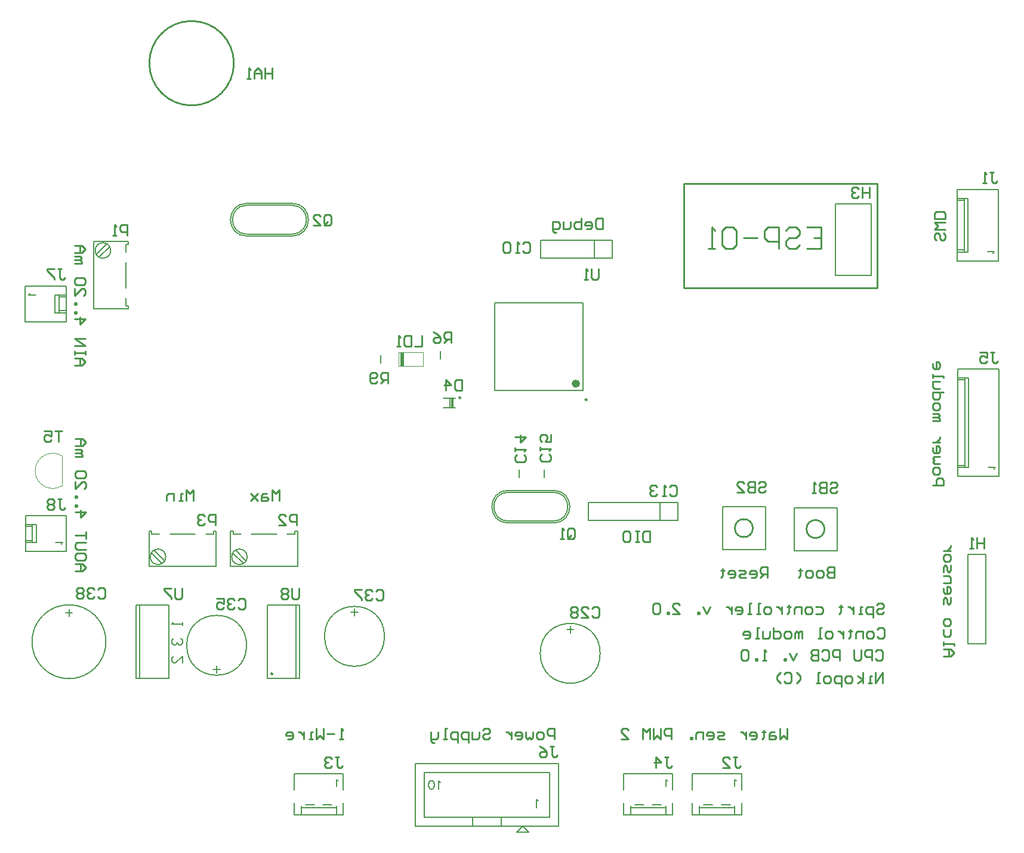
<source format=gbo>
%FSLAX24Y24*%
%MOIN*%
G70*
G01*
G75*
G04 Layer_Color=32896*
%ADD10R,0.0374X0.0551*%
%ADD11R,0.0413X0.0551*%
%ADD12O,0.0866X0.0236*%
%ADD13R,0.0551X0.0374*%
%ADD14R,0.0394X0.0236*%
%ADD15R,0.1299X0.0945*%
%ADD16R,0.0394X0.0945*%
%ADD17R,0.0551X0.0413*%
%ADD18R,0.0236X0.0492*%
%ADD19R,0.0689X0.0394*%
%ADD20O,0.0984X0.0276*%
%ADD21R,0.1063X0.0453*%
%ADD22R,0.0571X0.0453*%
%ADD23R,0.0354X0.0197*%
%ADD24R,0.0453X0.0571*%
%ADD25O,0.0236X0.0669*%
G04:AMPARAMS|DCode=26|XSize=25.6mil|YSize=39.4mil|CornerRadius=6.4mil|HoleSize=0mil|Usage=FLASHONLY|Rotation=90.000|XOffset=0mil|YOffset=0mil|HoleType=Round|Shape=RoundedRectangle|*
%AMROUNDEDRECTD26*
21,1,0.0256,0.0266,0,0,90.0*
21,1,0.0128,0.0394,0,0,90.0*
1,1,0.0128,0.0133,0.0064*
1,1,0.0128,0.0133,-0.0064*
1,1,0.0128,-0.0133,-0.0064*
1,1,0.0128,-0.0133,0.0064*
%
%ADD26ROUNDEDRECTD26*%
%ADD27R,0.0236X0.0394*%
%ADD28C,0.0197*%
%ADD29C,0.0394*%
%ADD30C,0.0118*%
%ADD31C,0.0157*%
%ADD32C,0.0295*%
%ADD33C,0.0984*%
%ADD34C,0.2559*%
%ADD35C,0.0630*%
%ADD36R,0.0630X0.0630*%
%ADD37C,0.0787*%
%ADD38C,0.0512*%
%ADD39O,0.0669X0.0787*%
%ADD40O,0.0669X0.0748*%
%ADD41C,0.0748*%
%ADD42R,0.0630X0.0630*%
%ADD43C,0.0591*%
%ADD44R,0.0669X0.0669*%
%ADD45C,0.0669*%
%ADD46R,0.0709X0.0709*%
%ADD47C,0.0709*%
%ADD48R,0.0591X0.0591*%
G04:AMPARAMS|DCode=49|XSize=59.1mil|YSize=59.1mil|CornerRadius=0mil|HoleSize=0mil|Usage=FLASHONLY|Rotation=180.000|XOffset=0mil|YOffset=0mil|HoleType=Round|Shape=Octagon|*
%AMOCTAGOND49*
4,1,8,-0.0295,0.0148,-0.0295,-0.0148,-0.0148,-0.0295,0.0148,-0.0295,0.0295,-0.0148,0.0295,0.0148,0.0148,0.0295,-0.0148,0.0295,-0.0295,0.0148,0.0*
%
%ADD49OCTAGOND49*%

%ADD50C,0.0551*%
%ADD51C,0.0500*%
G04:AMPARAMS|DCode=52|XSize=40mil|YSize=60mil|CornerRadius=10mil|HoleSize=0mil|Usage=FLASHONLY|Rotation=180.000|XOffset=0mil|YOffset=0mil|HoleType=Round|Shape=RoundedRectangle|*
%AMROUNDEDRECTD52*
21,1,0.0400,0.0400,0,0,180.0*
21,1,0.0200,0.0600,0,0,180.0*
1,1,0.0200,-0.0100,0.0200*
1,1,0.0200,0.0100,0.0200*
1,1,0.0200,0.0100,-0.0200*
1,1,0.0200,-0.0100,-0.0200*
%
%ADD52ROUNDEDRECTD52*%
%ADD53O,0.0709X0.0118*%
%ADD54O,0.0118X0.0709*%
%ADD55C,0.0098*%
%ADD56C,0.0079*%
%ADD57C,0.0039*%
%ADD58C,0.0236*%
%ADD59C,0.0040*%
%ADD60C,0.0050*%
%ADD61C,0.0100*%
%ADD62R,0.0630X0.0217*%
%ADD63R,0.0454X0.0631*%
%ADD64R,0.0493X0.0631*%
%ADD65O,0.0946X0.0316*%
%ADD66R,0.0631X0.0454*%
%ADD67R,0.0474X0.0316*%
%ADD68R,0.1379X0.1025*%
%ADD69R,0.0474X0.1025*%
%ADD70R,0.0631X0.0493*%
%ADD71R,0.0316X0.0572*%
%ADD72R,0.0769X0.0474*%
%ADD73O,0.1064X0.0356*%
%ADD74R,0.1143X0.0533*%
%ADD75R,0.0651X0.0533*%
%ADD76R,0.0434X0.0277*%
%ADD77R,0.0533X0.0651*%
%ADD78O,0.0316X0.0749*%
G04:AMPARAMS|DCode=79|XSize=33.6mil|YSize=47.4mil|CornerRadius=10.4mil|HoleSize=0mil|Usage=FLASHONLY|Rotation=90.000|XOffset=0mil|YOffset=0mil|HoleType=Round|Shape=RoundedRectangle|*
%AMROUNDEDRECTD79*
21,1,0.0336,0.0266,0,0,90.0*
21,1,0.0128,0.0474,0,0,90.0*
1,1,0.0208,0.0133,0.0064*
1,1,0.0208,0.0133,-0.0064*
1,1,0.0208,-0.0133,-0.0064*
1,1,0.0208,-0.0133,0.0064*
%
%ADD79ROUNDEDRECTD79*%
%ADD80R,0.0316X0.0474*%
%ADD81C,0.1063*%
%ADD82C,0.2639*%
%ADD83C,0.0710*%
%ADD84R,0.0710X0.0710*%
%ADD85C,0.0867*%
%ADD86C,0.0592*%
%ADD87O,0.0749X0.0867*%
%ADD88O,0.0749X0.0828*%
%ADD89C,0.0828*%
%ADD90R,0.0710X0.0710*%
%ADD91C,0.0671*%
%ADD92R,0.0749X0.0749*%
%ADD93C,0.0749*%
%ADD94R,0.0789X0.0789*%
%ADD95C,0.0789*%
%ADD96R,0.0671X0.0671*%
G04:AMPARAMS|DCode=97|XSize=67.1mil|YSize=67.1mil|CornerRadius=0mil|HoleSize=0mil|Usage=FLASHONLY|Rotation=180.000|XOffset=0mil|YOffset=0mil|HoleType=Round|Shape=Octagon|*
%AMOCTAGOND97*
4,1,8,-0.0335,0.0168,-0.0335,-0.0168,-0.0168,-0.0335,0.0168,-0.0335,0.0335,-0.0168,0.0335,0.0168,0.0168,0.0335,-0.0168,0.0335,-0.0335,0.0168,0.0*
%
%ADD97OCTAGOND97*%

%ADD98C,0.0631*%
G04:AMPARAMS|DCode=99|XSize=48mil|YSize=68mil|CornerRadius=14mil|HoleSize=0mil|Usage=FLASHONLY|Rotation=180.000|XOffset=0mil|YOffset=0mil|HoleType=Round|Shape=RoundedRectangle|*
%AMROUNDEDRECTD99*
21,1,0.0480,0.0400,0,0,180.0*
21,1,0.0200,0.0680,0,0,180.0*
1,1,0.0280,-0.0100,0.0200*
1,1,0.0280,0.0100,0.0200*
1,1,0.0280,0.0100,-0.0200*
1,1,0.0280,-0.0100,-0.0200*
%
%ADD99ROUNDEDRECTD99*%
%ADD100O,0.0789X0.0198*%
%ADD101O,0.0198X0.0789*%
%ADD102C,0.0049*%
%ADD103C,0.0059*%
%ADD104R,0.0200X0.0800*%
D55*
X23836Y19409D02*
G03*
X23836Y19409I-49J0D01*
G01*
X34340Y34845D02*
G03*
X34340Y34845I-49J0D01*
G01*
X41387Y34728D02*
G03*
X41387Y34728I-49J0D01*
G01*
D56*
X22373Y21000D02*
G03*
X22373Y21000I-1673J0D01*
G01*
X42123Y20550D02*
G03*
X42123Y20550I-1673J0D01*
G01*
X17855Y25947D02*
G03*
X17855Y25947I-431J0D01*
G01*
X30073Y21500D02*
G03*
X30073Y21500I-1673J0D01*
G01*
X22405Y25947D02*
G03*
X22405Y25947I-431J0D01*
G01*
X14517Y21200D02*
G03*
X14517Y21200I-2067J0D01*
G01*
X14778Y43076D02*
G03*
X14778Y43076I-431J0D01*
G01*
X22390Y45607D02*
G03*
X22390Y43993I0J-807D01*
G01*
Y45715D02*
G03*
X22390Y43885I0J-915D01*
G01*
X24910D02*
G03*
X24910Y45715I0J915D01*
G01*
Y43993D02*
G03*
X24910Y45607I0J807D01*
G01*
X39510Y27943D02*
G03*
X39510Y29557I0J807D01*
G01*
Y27835D02*
G03*
X39510Y29665I0J915D01*
G01*
X36990D02*
G03*
X36990Y27835I0J-915D01*
G01*
Y29557D02*
G03*
X36990Y27943I0J-807D01*
G01*
X41800Y42650D02*
Y43650D01*
X42800Y42650D02*
Y43650D01*
X38800D02*
X42800D01*
X38800Y42650D02*
X42800D01*
X38800D02*
Y43650D01*
X29850Y36783D02*
Y37217D01*
X34990Y10900D02*
Y11400D01*
X36610Y10900D02*
Y11400D01*
X32300D02*
Y13900D01*
X39300D01*
Y11400D02*
Y13900D01*
X32300Y11400D02*
X39300D01*
X39800Y10900D02*
Y14400D01*
X31800Y10900D02*
X39800D01*
X31800D02*
Y14400D01*
X39800D01*
X37458Y10560D02*
X37798Y10900D01*
X38138Y10560D01*
X37458D02*
X38138D01*
X62108Y35950D02*
X62711D01*
Y30950D02*
Y35950D01*
X62108Y30950D02*
X62711D01*
X62502D02*
Y35950D01*
X62108Y31057D02*
X62502D01*
X62108Y35843D02*
X62502D01*
X62108Y30450D02*
Y36450D01*
Y30450D02*
X64392D01*
Y36450D01*
X62108D02*
X64392D01*
X20503Y19661D02*
X20897D01*
X20700Y19465D02*
Y19858D01*
X40253Y21889D02*
X40647D01*
X40450Y21692D02*
Y22085D01*
X16924Y25422D02*
X20676D01*
Y27374D01*
X20526D02*
X20676D01*
X20526Y27225D02*
Y27374D01*
X20085Y27225D02*
X20526D01*
X17074D02*
Y27374D01*
X16924D02*
X17074D01*
X16924Y25422D02*
Y27374D01*
X17074Y27225D02*
X17515D01*
X18085D02*
X19515D01*
X17051Y26164D02*
X17641Y25575D01*
X17207Y26320D02*
X17797Y25730D01*
X28203Y22839D02*
X28597D01*
X28400Y22642D02*
Y23035D01*
X16208Y19153D02*
Y23247D01*
Y19153D02*
X18019D01*
Y23247D01*
X16208Y23247D02*
X18019D01*
X16405Y19153D02*
Y23247D01*
X25342Y19153D02*
Y23247D01*
X23531D02*
X25342D01*
X23531Y19153D02*
Y23247D01*
Y19153D02*
X25342D01*
X25145Y19153D02*
Y23247D01*
X45450Y28000D02*
Y29000D01*
X41450Y28000D02*
Y29000D01*
Y28000D02*
X46450D01*
X41450Y29000D02*
X46450D01*
Y28000D02*
Y29000D01*
X21474Y25422D02*
X25226D01*
Y27374D01*
X25076D02*
X25226D01*
X25076Y27225D02*
Y27374D01*
X24635Y27225D02*
X25076D01*
X21624D02*
Y27374D01*
X21474D02*
X21624D01*
X21474Y25422D02*
Y27374D01*
X21624Y27225D02*
X22065D01*
X22635D02*
X24065D01*
X21601Y26164D02*
X22191Y25575D01*
X21757Y26320D02*
X22347Y25730D01*
X12450Y22617D02*
Y23011D01*
X12253Y22814D02*
X12647D01*
X10016Y26857D02*
X10410D01*
X10016Y27643D02*
X10410D01*
Y26750D02*
Y27750D01*
X10016Y26750D02*
X10618D01*
X10016Y27750D02*
X10618D01*
Y26750D02*
Y27750D01*
X10016Y26250D02*
Y28250D01*
X12300D01*
Y26250D02*
Y28250D01*
X10016Y26250D02*
X12300D01*
X13822Y39824D02*
Y43576D01*
Y39824D02*
X15774D01*
Y39974D01*
X15625D02*
X15774D01*
X15625D02*
Y40415D01*
Y43426D02*
X15774D01*
Y43576D01*
X13822D02*
X15774D01*
X15625Y42985D02*
Y43426D01*
Y40985D02*
Y42415D01*
X13975Y42859D02*
X14564Y43449D01*
X14130Y42703D02*
X14720Y43293D01*
X11890Y40493D02*
X12284D01*
X11890Y39707D02*
X12284D01*
X11890Y39600D02*
Y40600D01*
X11681D02*
X12284D01*
X11681Y39600D02*
X12284D01*
X11681D02*
Y40600D01*
X12284Y39100D02*
Y41100D01*
X10000Y39100D02*
X12284D01*
X10000D02*
Y41100D01*
X12284D01*
X47909Y12078D02*
X48407D01*
X47272Y11526D02*
Y12193D01*
X50028Y12907D02*
Y13810D01*
X47666Y11920D02*
X49634D01*
X47666Y11526D02*
Y12019D01*
X48893Y12078D02*
X49391D01*
X49634Y11526D02*
Y12019D01*
X50028Y11526D02*
Y12193D01*
X47272Y11526D02*
X50028D01*
X47272Y12907D02*
Y13810D01*
X50028D01*
X44059Y12078D02*
X44557D01*
X43422Y11526D02*
Y12193D01*
X46178Y12907D02*
Y13810D01*
X43816Y11920D02*
X45784D01*
X43816Y11526D02*
Y12019D01*
X45043Y12078D02*
X45541D01*
X45784Y11526D02*
Y12019D01*
X46178Y11526D02*
Y12193D01*
X43422Y11526D02*
X46178D01*
X43422Y12907D02*
Y13810D01*
X46178D01*
X25659Y12078D02*
X26157D01*
X25022Y11526D02*
Y12193D01*
X27778Y12907D02*
Y13810D01*
X25416Y11920D02*
X27384D01*
X25416Y11526D02*
Y12019D01*
X26643Y12078D02*
X27141D01*
X27384Y11526D02*
Y12019D01*
X27778Y11526D02*
Y12193D01*
X25022Y11526D02*
X27778D01*
X25022Y12907D02*
Y13810D01*
X27778D01*
X62065Y45893D02*
X62459D01*
X62065Y43107D02*
X62459D01*
Y43000D02*
Y46000D01*
X62065D02*
X62668D01*
Y43000D02*
Y46000D01*
X62065Y43000D02*
X62668D01*
X62065Y42500D02*
Y46500D01*
X64349D01*
Y42500D02*
Y46500D01*
X62065Y42500D02*
X64349D01*
X22390Y45607D02*
X24910D01*
X22390Y43993D02*
X24910D01*
X22390Y45715D02*
X24910D01*
X22390Y43885D02*
X24910D01*
X36990Y27943D02*
X39510D01*
X36990Y29557D02*
X39510D01*
X36990Y27835D02*
X39510D01*
X36990Y29665D02*
X39510D01*
X33200Y37033D02*
Y37467D01*
X33739Y34294D02*
Y34806D01*
X33818Y34294D02*
Y34806D01*
X33897Y34294D02*
Y34806D01*
X33365Y34294D02*
X34035D01*
X33365Y34806D02*
X34035D01*
X36239Y35239D02*
Y40161D01*
X41161Y35239D02*
Y40161D01*
X36239D02*
X41161D01*
X36239Y35239D02*
X41161D01*
X39000Y30374D02*
Y30826D01*
X37600Y30374D02*
Y30826D01*
X33204Y13334D02*
X33159Y13356D01*
X33091Y13424D01*
Y12951D01*
X32722Y13424D02*
X32790Y13401D01*
X32835Y13334D01*
X32857Y13221D01*
Y13154D01*
X32835Y13041D01*
X32790Y12974D01*
X32722Y12951D01*
X32677D01*
X32610Y12974D01*
X32565Y13041D01*
X32542Y13154D01*
Y13221D01*
X32565Y13334D01*
X32610Y13401D01*
X32677Y13424D01*
X32722D01*
X38666Y12310D02*
X38621Y12332D01*
X38554Y12400D01*
Y11928D01*
D58*
X40885Y35633D02*
G03*
X40885Y35633I-118J0D01*
G01*
D60*
X55250Y41700D02*
Y45700D01*
X57250D01*
Y41700D02*
Y45700D01*
X55250Y41700D02*
X57250D01*
X48950Y28750D02*
X50150D01*
X48950Y26350D02*
Y28750D01*
Y26350D02*
X51350D01*
Y28750D01*
X50150D02*
X51350D01*
X52950Y28700D02*
X54150D01*
X52950Y26300D02*
Y28700D01*
Y26300D02*
X55350D01*
Y28700D01*
X54150D02*
X55350D01*
X62650Y26100D02*
X63650D01*
Y21100D02*
Y26100D01*
X62650Y21100D02*
X63650D01*
X62650D02*
Y26100D01*
D61*
X21662Y53550D02*
G03*
X21662Y53550I-2362J0D01*
G01*
X50652Y27550D02*
G03*
X50652Y27550I-502J0D01*
G01*
X54652Y27500D02*
G03*
X54652Y27500I-502J0D01*
G01*
X46800Y46831D02*
X57600D01*
X46800Y41000D02*
Y46831D01*
Y41000D02*
X57600D01*
Y46831D01*
X30250Y35650D02*
Y36250D01*
X29950D01*
X29850Y36150D01*
Y35950D01*
X29950Y35850D01*
X30250D01*
X30050D02*
X29850Y35650D01*
X29650Y35750D02*
X29550Y35650D01*
X29350D01*
X29250Y35750D01*
Y36150D01*
X29350Y36250D01*
X29550D01*
X29650Y36150D01*
Y36050D01*
X29550Y35950D01*
X29250D01*
X32160Y38320D02*
Y37720D01*
X31760D01*
X31560Y38320D02*
Y37720D01*
X31260D01*
X31160Y37820D01*
Y38220D01*
X31260Y38320D01*
X31560D01*
X30960Y37720D02*
X30760D01*
X30860D01*
Y38320D01*
X30960Y38220D01*
X37800Y43450D02*
X37900Y43550D01*
X38100D01*
X38200Y43450D01*
Y43050D01*
X38100Y42950D01*
X37900D01*
X37800Y43050D01*
X37600Y42950D02*
X37400D01*
X37500D01*
Y43550D01*
X37600Y43450D01*
X37100D02*
X37000Y43550D01*
X36800D01*
X36700Y43450D01*
Y43050D01*
X36800Y42950D01*
X37000D01*
X37100Y43050D01*
Y43450D01*
X45990Y29840D02*
X46090Y29940D01*
X46290D01*
X46390Y29840D01*
Y29440D01*
X46290Y29340D01*
X46090D01*
X45990Y29440D01*
X45790Y29340D02*
X45590D01*
X45690D01*
Y29940D01*
X45790Y29840D01*
X45290D02*
X45190Y29940D01*
X44990D01*
X44890Y29840D01*
Y29740D01*
X44990Y29640D01*
X45090D01*
X44990D01*
X44890Y29540D01*
Y29440D01*
X44990Y29340D01*
X45190D01*
X45290Y29440D01*
X37850Y31650D02*
X37950Y31550D01*
Y31350D01*
X37850Y31250D01*
X37450D01*
X37350Y31350D01*
Y31550D01*
X37450Y31650D01*
X37350Y31850D02*
Y32050D01*
Y31950D01*
X37950D01*
X37850Y31850D01*
X37350Y32650D02*
X37950D01*
X37650Y32350D01*
Y32750D01*
X39250Y31700D02*
X39350Y31600D01*
Y31400D01*
X39250Y31300D01*
X38850D01*
X38750Y31400D01*
Y31600D01*
X38850Y31700D01*
X38750Y31900D02*
Y32100D01*
Y32000D01*
X39350D01*
X39250Y31900D01*
X39350Y32800D02*
Y32400D01*
X39050D01*
X39150Y32600D01*
Y32700D01*
X39050Y32800D01*
X38850D01*
X38750Y32700D01*
Y32500D01*
X38850Y32400D01*
X41660Y23060D02*
X41760Y23160D01*
X41960D01*
X42060Y23060D01*
Y22660D01*
X41960Y22560D01*
X41760D01*
X41660Y22660D01*
X41060Y22560D02*
X41460D01*
X41060Y22960D01*
Y23060D01*
X41160Y23160D01*
X41360D01*
X41460Y23060D01*
X40860D02*
X40760Y23160D01*
X40560D01*
X40461Y23060D01*
Y22960D01*
X40560Y22860D01*
X40461Y22760D01*
Y22660D01*
X40560Y22560D01*
X40760D01*
X40860Y22660D01*
Y22760D01*
X40760Y22860D01*
X40860Y22960D01*
Y23060D01*
X40760Y22860D02*
X40560D01*
X21910Y23510D02*
X22010Y23610D01*
X22210D01*
X22310Y23510D01*
Y23110D01*
X22210Y23010D01*
X22010D01*
X21910Y23110D01*
X21710Y23510D02*
X21610Y23610D01*
X21410D01*
X21310Y23510D01*
Y23410D01*
X21410Y23310D01*
X21510D01*
X21410D01*
X21310Y23210D01*
Y23110D01*
X21410Y23010D01*
X21610D01*
X21710Y23110D01*
X20711Y23610D02*
X21110D01*
Y23310D01*
X20910Y23410D01*
X20810D01*
X20711Y23310D01*
Y23110D01*
X20810Y23010D01*
X21010D01*
X21110Y23110D01*
X29610Y24010D02*
X29710Y24110D01*
X29910D01*
X30010Y24010D01*
Y23610D01*
X29910Y23510D01*
X29710D01*
X29610Y23610D01*
X29410Y24010D02*
X29310Y24110D01*
X29110D01*
X29010Y24010D01*
Y23910D01*
X29110Y23810D01*
X29210D01*
X29110D01*
X29010Y23710D01*
Y23610D01*
X29110Y23510D01*
X29310D01*
X29410Y23610D01*
X28810Y24110D02*
X28411D01*
Y24010D01*
X28810Y23610D01*
Y23510D01*
X14060Y24110D02*
X14160Y24210D01*
X14360D01*
X14460Y24110D01*
Y23710D01*
X14360Y23610D01*
X14160D01*
X14060Y23710D01*
X13860Y24110D02*
X13760Y24210D01*
X13560D01*
X13460Y24110D01*
Y24010D01*
X13560Y23910D01*
X13660D01*
X13560D01*
X13460Y23810D01*
Y23710D01*
X13560Y23610D01*
X13760D01*
X13860Y23710D01*
X13260Y24110D02*
X13160Y24210D01*
X12960D01*
X12861Y24110D01*
Y24010D01*
X12960Y23910D01*
X12861Y23810D01*
Y23710D01*
X12960Y23610D01*
X13160D01*
X13260Y23710D01*
Y23810D01*
X13160Y23910D01*
X13260Y24010D01*
Y24110D01*
X13160Y23910D02*
X12960D01*
X34400Y35840D02*
Y35240D01*
X34100D01*
X34000Y35340D01*
Y35740D01*
X34100Y35840D01*
X34400D01*
X33500Y35240D02*
Y35840D01*
X33800Y35540D01*
X33400D01*
X63580Y27030D02*
Y26430D01*
Y26730D01*
X63180D01*
Y27030D01*
Y26430D01*
X62980D02*
X62780D01*
X62880D01*
Y27030D01*
X62980Y26930D01*
X57170Y46620D02*
Y46020D01*
Y46320D01*
X56770D01*
Y46620D01*
Y46020D01*
X56570Y46520D02*
X56470Y46620D01*
X56270D01*
X56170Y46520D01*
Y46420D01*
X56270Y46320D01*
X56370D01*
X56270D01*
X56170Y46220D01*
Y46120D01*
X56270Y46020D01*
X56470D01*
X56570Y46120D01*
X23800Y53300D02*
Y52700D01*
Y53000D01*
X23400D01*
Y53300D01*
Y52700D01*
X23200D02*
Y53100D01*
X23000Y53300D01*
X22800Y53100D01*
Y52700D01*
Y53000D01*
X23200D01*
X22600Y52700D02*
X22400D01*
X22500D01*
Y53300D01*
X22600Y53200D01*
X63890Y47440D02*
X64090D01*
X63990D01*
Y46940D01*
X64090Y46840D01*
X64190D01*
X64290Y46940D01*
X63690Y46840D02*
X63490D01*
X63590D01*
Y47440D01*
X63690Y47340D01*
X49570Y14750D02*
X49770D01*
X49670D01*
Y14250D01*
X49770Y14150D01*
X49870D01*
X49970Y14250D01*
X48970Y14150D02*
X49370D01*
X48970Y14550D01*
Y14650D01*
X49070Y14750D01*
X49270D01*
X49370Y14650D01*
X27320Y14750D02*
X27520D01*
X27420D01*
Y14250D01*
X27520Y14150D01*
X27620D01*
X27720Y14250D01*
X27120Y14650D02*
X27020Y14750D01*
X26820D01*
X26720Y14650D01*
Y14550D01*
X26820Y14450D01*
X26920D01*
X26820D01*
X26720Y14350D01*
Y14250D01*
X26820Y14150D01*
X27020D01*
X27120Y14250D01*
X45720Y14750D02*
X45920D01*
X45820D01*
Y14250D01*
X45920Y14150D01*
X46020D01*
X46120Y14250D01*
X45220Y14150D02*
Y14750D01*
X45520Y14450D01*
X45120D01*
X63930Y37390D02*
X64130D01*
X64030D01*
Y36890D01*
X64130Y36790D01*
X64230D01*
X64330Y36890D01*
X63330Y37390D02*
X63730D01*
Y37090D01*
X63530Y37190D01*
X63430D01*
X63330Y37090D01*
Y36890D01*
X63430Y36790D01*
X63630D01*
X63730Y36890D01*
X39340Y15340D02*
X39540D01*
X39440D01*
Y14840D01*
X39540Y14740D01*
X39640D01*
X39740Y14840D01*
X38740Y15340D02*
X38940Y15240D01*
X39140Y15040D01*
Y14840D01*
X39040Y14740D01*
X38840D01*
X38740Y14840D01*
Y14940D01*
X38840Y15040D01*
X39140D01*
X11820Y42040D02*
X12020D01*
X11920D01*
Y41540D01*
X12020Y41440D01*
X12120D01*
X12220Y41540D01*
X11620Y42040D02*
X11220D01*
Y41940D01*
X11620Y41540D01*
Y41440D01*
X11840Y29190D02*
X12040D01*
X11940D01*
Y28690D01*
X12040Y28590D01*
X12140D01*
X12240Y28690D01*
X11640Y29090D02*
X11540Y29190D01*
X11340D01*
X11240Y29090D01*
Y28990D01*
X11340Y28890D01*
X11240Y28790D01*
Y28690D01*
X11340Y28590D01*
X11540D01*
X11640Y28690D01*
Y28790D01*
X11540Y28890D01*
X11640Y28990D01*
Y29090D01*
X11540Y28890D02*
X11340D01*
X15710Y43920D02*
Y44520D01*
X15410D01*
X15310Y44420D01*
Y44220D01*
X15410Y44120D01*
X15710D01*
X15110Y43920D02*
X14910D01*
X15010D01*
Y44520D01*
X15110Y44420D01*
X25170Y27710D02*
Y28310D01*
X24870D01*
X24770Y28210D01*
Y28010D01*
X24870Y27910D01*
X25170D01*
X24170Y27710D02*
X24570D01*
X24170Y28110D01*
Y28210D01*
X24270Y28310D01*
X24470D01*
X24570Y28210D01*
X20620Y27710D02*
Y28310D01*
X20320D01*
X20220Y28210D01*
Y28010D01*
X20320Y27910D01*
X20620D01*
X20020Y28210D02*
X19920Y28310D01*
X19720D01*
X19620Y28210D01*
Y28110D01*
X19720Y28010D01*
X19820D01*
X19720D01*
X19620Y27910D01*
Y27810D01*
X19720Y27710D01*
X19920D01*
X20020Y27810D01*
X40300Y27050D02*
Y27450D01*
X40400Y27550D01*
X40600D01*
X40700Y27450D01*
Y27050D01*
X40600Y26950D01*
X40400D01*
X40500Y27150D02*
X40300Y26950D01*
X40400D02*
X40300Y27050D01*
X40100Y26950D02*
X39900D01*
X40000D01*
Y27550D01*
X40100Y27450D01*
X26700Y44600D02*
Y45000D01*
X26800Y45100D01*
X27000D01*
X27100Y45000D01*
Y44600D01*
X27000Y44500D01*
X26800D01*
X26900Y44700D02*
X26700Y44500D01*
X26800D02*
X26700Y44600D01*
X26100Y44500D02*
X26500D01*
X26100Y44900D01*
Y45000D01*
X26200Y45100D01*
X26400D01*
X26500Y45000D01*
X33800Y37930D02*
Y38530D01*
X33500D01*
X33400Y38430D01*
Y38230D01*
X33500Y38130D01*
X33800D01*
X33600D02*
X33400Y37930D01*
X32800Y38530D02*
X33000Y38430D01*
X33200Y38230D01*
Y38030D01*
X33100Y37930D01*
X32900D01*
X32800Y38030D01*
Y38130D01*
X32900Y38230D01*
X33200D01*
X54970Y30010D02*
X55070Y30110D01*
X55270D01*
X55370Y30010D01*
Y29910D01*
X55270Y29810D01*
X55070D01*
X54970Y29710D01*
Y29610D01*
X55070Y29510D01*
X55270D01*
X55370Y29610D01*
X54770Y30110D02*
Y29510D01*
X54470D01*
X54370Y29610D01*
Y29710D01*
X54470Y29810D01*
X54770D01*
X54470D01*
X54370Y29910D01*
Y30010D01*
X54470Y30110D01*
X54770D01*
X54170Y29510D02*
X53970D01*
X54070D01*
Y30110D01*
X54170Y30010D01*
X50970Y30060D02*
X51070Y30160D01*
X51270D01*
X51370Y30060D01*
Y29960D01*
X51270Y29860D01*
X51070D01*
X50970Y29760D01*
Y29660D01*
X51070Y29560D01*
X51270D01*
X51370Y29660D01*
X50770Y30160D02*
Y29560D01*
X50470D01*
X50370Y29660D01*
Y29760D01*
X50470Y29860D01*
X50770D01*
X50470D01*
X50370Y29960D01*
Y30060D01*
X50470Y30160D01*
X50770D01*
X49771Y29560D02*
X50170D01*
X49771Y29960D01*
Y30060D01*
X49870Y30160D01*
X50070D01*
X50170Y30060D01*
X12050Y32990D02*
X11650D01*
X11850D01*
Y32390D01*
X11050Y32990D02*
X11450D01*
Y32690D01*
X11250Y32790D01*
X11150D01*
X11050Y32690D01*
Y32490D01*
X11150Y32390D01*
X11350D01*
X11450Y32490D01*
X42040Y42040D02*
Y41540D01*
X41940Y41440D01*
X41740D01*
X41640Y41540D01*
Y42040D01*
X41440Y41440D02*
X41240D01*
X41340D01*
Y42040D01*
X41440Y41940D01*
X18760Y24190D02*
Y23690D01*
X18660Y23590D01*
X18460D01*
X18360Y23690D01*
Y24190D01*
X18160D02*
X17760D01*
Y24090D01*
X18160Y23690D01*
Y23590D01*
X25282Y24190D02*
Y23690D01*
X25182Y23590D01*
X24983D01*
X24883Y23690D01*
Y24190D01*
X24683Y24090D02*
X24583Y24190D01*
X24383D01*
X24283Y24090D01*
Y23990D01*
X24383Y23890D01*
X24283Y23790D01*
Y23690D01*
X24383Y23590D01*
X24583D01*
X24683Y23690D01*
Y23790D01*
X24583Y23890D01*
X24683Y23990D01*
Y24090D01*
X24583Y23890D02*
X24383D01*
X57550Y23250D02*
X57650Y23350D01*
X57850D01*
X57950Y23250D01*
Y23150D01*
X57850Y23050D01*
X57650D01*
X57550Y22950D01*
Y22850D01*
X57650Y22750D01*
X57850D01*
X57950Y22850D01*
X57350Y22550D02*
Y23150D01*
X57050D01*
X56950Y23050D01*
Y22850D01*
X57050Y22750D01*
X57350D01*
X56750D02*
X56550D01*
X56650D01*
Y23150D01*
X56750D01*
X56251D02*
Y22750D01*
Y22950D01*
X56151Y23050D01*
X56051Y23150D01*
X55951D01*
X55551Y23250D02*
Y23150D01*
X55651D01*
X55451D01*
X55551D01*
Y22850D01*
X55451Y22750D01*
X54151Y23150D02*
X54451D01*
X54551Y23050D01*
Y22850D01*
X54451Y22750D01*
X54151D01*
X53851D02*
X53651D01*
X53551Y22850D01*
Y23050D01*
X53651Y23150D01*
X53851D01*
X53951Y23050D01*
Y22850D01*
X53851Y22750D01*
X53351D02*
Y23150D01*
X53052D01*
X52952Y23050D01*
Y22750D01*
X52652Y23250D02*
Y23150D01*
X52752D01*
X52552D01*
X52652D01*
Y22850D01*
X52552Y22750D01*
X52252Y23150D02*
Y22750D01*
Y22950D01*
X52152Y23050D01*
X52052Y23150D01*
X51952D01*
X51552Y22750D02*
X51352D01*
X51252Y22850D01*
Y23050D01*
X51352Y23150D01*
X51552D01*
X51652Y23050D01*
Y22850D01*
X51552Y22750D01*
X51052D02*
X50852D01*
X50952D01*
Y23350D01*
X51052D01*
X50552Y22750D02*
X50352D01*
X50452D01*
Y23350D01*
X50552D01*
X49753Y22750D02*
X49953D01*
X50053Y22850D01*
Y23050D01*
X49953Y23150D01*
X49753D01*
X49653Y23050D01*
Y22950D01*
X50053D01*
X49453Y23150D02*
Y22750D01*
Y22950D01*
X49353Y23050D01*
X49253Y23150D01*
X49153D01*
X48253D02*
X48053Y22750D01*
X47853Y23150D01*
X47653Y22750D02*
Y22850D01*
X47553D01*
Y22750D01*
X47653D01*
X46154D02*
X46554D01*
X46154Y23150D01*
Y23250D01*
X46254Y23350D01*
X46454D01*
X46554Y23250D01*
X45954Y22750D02*
Y22850D01*
X45854D01*
Y22750D01*
X45954D01*
X45454Y23250D02*
X45354Y23350D01*
X45154D01*
X45054Y23250D01*
Y22850D01*
X45154Y22750D01*
X45354D01*
X45454Y22850D01*
Y23250D01*
X57900Y18900D02*
Y19500D01*
X57500Y18900D01*
Y19500D01*
X57300Y18900D02*
X57100D01*
X57200D01*
Y19300D01*
X57300D01*
X56800Y18900D02*
Y19500D01*
Y19100D02*
X56500Y19300D01*
X56800Y19100D02*
X56500Y18900D01*
X56101D02*
X55901D01*
X55801Y19000D01*
Y19200D01*
X55901Y19300D01*
X56101D01*
X56201Y19200D01*
Y19000D01*
X56101Y18900D01*
X55601Y18700D02*
Y19300D01*
X55301D01*
X55201Y19200D01*
Y19000D01*
X55301Y18900D01*
X55601D01*
X54901D02*
X54701D01*
X54601Y19000D01*
Y19200D01*
X54701Y19300D01*
X54901D01*
X55001Y19200D01*
Y19000D01*
X54901Y18900D01*
X54401D02*
X54201D01*
X54301D01*
Y19500D01*
X54401D01*
X53102Y18900D02*
X53301Y19100D01*
Y19300D01*
X53102Y19500D01*
X52402Y19400D02*
X52502Y19500D01*
X52702D01*
X52802Y19400D01*
Y19000D01*
X52702Y18900D01*
X52502D01*
X52402Y19000D01*
X52202Y18900D02*
X52002Y19100D01*
Y19300D01*
X52202Y19500D01*
X57500Y20650D02*
X57600Y20750D01*
X57800D01*
X57900Y20650D01*
Y20250D01*
X57800Y20150D01*
X57600D01*
X57500Y20250D01*
X57300Y20150D02*
Y20750D01*
X57000D01*
X56900Y20650D01*
Y20450D01*
X57000Y20350D01*
X57300D01*
X56700Y20750D02*
Y20250D01*
X56600Y20150D01*
X56400D01*
X56301Y20250D01*
Y20750D01*
X55501Y20150D02*
Y20750D01*
X55201D01*
X55101Y20650D01*
Y20450D01*
X55201Y20350D01*
X55501D01*
X54501Y20650D02*
X54601Y20750D01*
X54801D01*
X54901Y20650D01*
Y20250D01*
X54801Y20150D01*
X54601D01*
X54501Y20250D01*
X54301Y20750D02*
Y20150D01*
X54001D01*
X53901Y20250D01*
Y20350D01*
X54001Y20450D01*
X54301D01*
X54001D01*
X53901Y20550D01*
Y20650D01*
X54001Y20750D01*
X54301D01*
X53102Y20550D02*
X52902Y20150D01*
X52702Y20550D01*
X52502Y20150D02*
Y20250D01*
X52402D01*
Y20150D01*
X52502D01*
X51402D02*
X51202D01*
X51302D01*
Y20750D01*
X51402Y20650D01*
X50902Y20150D02*
Y20250D01*
X50802D01*
Y20150D01*
X50902D01*
X50402Y20650D02*
X50302Y20750D01*
X50103D01*
X50003Y20650D01*
Y20250D01*
X50103Y20150D01*
X50302D01*
X50402Y20250D01*
Y20650D01*
X57600Y21900D02*
X57700Y22000D01*
X57900D01*
X58000Y21900D01*
Y21500D01*
X57900Y21400D01*
X57700D01*
X57600Y21500D01*
X57300Y21400D02*
X57100D01*
X57000Y21500D01*
Y21700D01*
X57100Y21800D01*
X57300D01*
X57400Y21700D01*
Y21500D01*
X57300Y21400D01*
X56800D02*
Y21800D01*
X56500D01*
X56401Y21700D01*
Y21400D01*
X56101Y21900D02*
Y21800D01*
X56201D01*
X56001D01*
X56101D01*
Y21500D01*
X56001Y21400D01*
X55701Y21800D02*
Y21400D01*
Y21600D01*
X55601Y21700D01*
X55501Y21800D01*
X55401D01*
X55001Y21400D02*
X54801D01*
X54701Y21500D01*
Y21700D01*
X54801Y21800D01*
X55001D01*
X55101Y21700D01*
Y21500D01*
X55001Y21400D01*
X54501D02*
X54301D01*
X54401D01*
Y22000D01*
X54501D01*
X53401Y21400D02*
Y21800D01*
X53302D01*
X53202Y21700D01*
Y21400D01*
Y21700D01*
X53102Y21800D01*
X53002Y21700D01*
Y21400D01*
X52702D02*
X52502D01*
X52402Y21500D01*
Y21700D01*
X52502Y21800D01*
X52702D01*
X52802Y21700D01*
Y21500D01*
X52702Y21400D01*
X51802Y22000D02*
Y21400D01*
X52102D01*
X52202Y21500D01*
Y21700D01*
X52102Y21800D01*
X51802D01*
X51602D02*
Y21500D01*
X51502Y21400D01*
X51202D01*
Y21800D01*
X51002Y21400D02*
X50802D01*
X50902D01*
Y22000D01*
X51002D01*
X50203Y21400D02*
X50402D01*
X50502Y21500D01*
Y21700D01*
X50402Y21800D01*
X50203D01*
X50103Y21700D01*
Y21600D01*
X50502D01*
X52550Y16350D02*
Y15750D01*
X52350Y15950D01*
X52150Y15750D01*
Y16350D01*
X51850Y16150D02*
X51650D01*
X51550Y16050D01*
Y15750D01*
X51850D01*
X51950Y15850D01*
X51850Y15950D01*
X51550D01*
X51250Y16250D02*
Y16150D01*
X51350D01*
X51150D01*
X51250D01*
Y15850D01*
X51150Y15750D01*
X50551D02*
X50751D01*
X50851Y15850D01*
Y16050D01*
X50751Y16150D01*
X50551D01*
X50451Y16050D01*
Y15950D01*
X50851D01*
X50251Y16150D02*
Y15750D01*
Y15950D01*
X50151Y16050D01*
X50051Y16150D01*
X49951D01*
X49051Y15750D02*
X48751D01*
X48651Y15850D01*
X48751Y15950D01*
X48951D01*
X49051Y16050D01*
X48951Y16150D01*
X48651D01*
X48151Y15750D02*
X48351D01*
X48451Y15850D01*
Y16050D01*
X48351Y16150D01*
X48151D01*
X48051Y16050D01*
Y15950D01*
X48451D01*
X47852Y15750D02*
Y16150D01*
X47552D01*
X47452Y16050D01*
Y15750D01*
X47252D02*
Y15850D01*
X47152D01*
Y15750D01*
X47252D01*
X46100D02*
Y16350D01*
X45800D01*
X45700Y16250D01*
Y16050D01*
X45800Y15950D01*
X46100D01*
X45500Y16350D02*
Y15750D01*
X45300Y15950D01*
X45100Y15750D01*
Y16350D01*
X44900Y15750D02*
Y16350D01*
X44700Y16150D01*
X44501Y16350D01*
Y15750D01*
X43301D02*
X43701D01*
X43301Y16150D01*
Y16250D01*
X43401Y16350D01*
X43601D01*
X43701Y16250D01*
X27750Y15750D02*
X27550D01*
X27650D01*
Y16350D01*
X27750Y16250D01*
X27250Y16050D02*
X26850D01*
X26650Y16350D02*
Y15750D01*
X26450Y15950D01*
X26250Y15750D01*
Y16350D01*
X26051Y15750D02*
X25851D01*
X25951D01*
Y16150D01*
X26051D01*
X25551D02*
Y15750D01*
Y15950D01*
X25451Y16050D01*
X25351Y16150D01*
X25251D01*
X24651Y15750D02*
X24851D01*
X24951Y15850D01*
Y16050D01*
X24851Y16150D01*
X24651D01*
X24551Y16050D01*
Y15950D01*
X24951D01*
X61300Y44050D02*
X61400Y43950D01*
Y43750D01*
X61300Y43650D01*
X61200D01*
X61100Y43750D01*
Y43950D01*
X61000Y44050D01*
X60900D01*
X60800Y43950D01*
Y43750D01*
X60900Y43650D01*
X61400Y44250D02*
X60800D01*
X61000Y44450D01*
X60800Y44650D01*
X61400D01*
Y44850D02*
X60800D01*
Y45150D01*
X60900Y45249D01*
X61300D01*
X61400Y45150D01*
Y44850D01*
X60700Y29950D02*
X61300D01*
Y30250D01*
X61200Y30350D01*
X61000D01*
X60900Y30250D01*
Y29950D01*
X60700Y30650D02*
Y30850D01*
X60800Y30950D01*
X61000D01*
X61100Y30850D01*
Y30650D01*
X61000Y30550D01*
X60800D01*
X60700Y30650D01*
X61100Y31150D02*
X60800D01*
X60700Y31250D01*
X60800Y31350D01*
X60700Y31450D01*
X60800Y31549D01*
X61100D01*
X60700Y32049D02*
Y31849D01*
X60800Y31749D01*
X61000D01*
X61100Y31849D01*
Y32049D01*
X61000Y32149D01*
X60900D01*
Y31749D01*
X61100Y32349D02*
X60700D01*
X60900D01*
X61000Y32449D01*
X61100Y32549D01*
Y32649D01*
X60700Y33549D02*
X61100D01*
Y33649D01*
X61000Y33749D01*
X60700D01*
X61000D01*
X61100Y33849D01*
X61000Y33949D01*
X60700D01*
Y34249D02*
Y34449D01*
X60800Y34549D01*
X61000D01*
X61100Y34449D01*
Y34249D01*
X61000Y34149D01*
X60800D01*
X60700Y34249D01*
X61300Y35148D02*
X60700D01*
Y34848D01*
X60800Y34748D01*
X61000D01*
X61100Y34848D01*
Y35148D01*
Y35348D02*
X60800D01*
X60700Y35448D01*
Y35748D01*
X61100D01*
X60700Y35948D02*
Y36148D01*
Y36048D01*
X61300D01*
Y35948D01*
X60700Y36748D02*
Y36548D01*
X60800Y36448D01*
X61000D01*
X61100Y36548D01*
Y36748D01*
X61000Y36848D01*
X60900D01*
Y36448D01*
X61300Y20400D02*
X61700D01*
X61900Y20600D01*
X61700Y20800D01*
X61300D01*
X61600D01*
Y20400D01*
X61300Y21000D02*
Y21200D01*
Y21100D01*
X61900D01*
Y21000D01*
X61700Y21900D02*
Y21600D01*
X61600Y21500D01*
X61400D01*
X61300Y21600D01*
Y21900D01*
Y22199D02*
Y22399D01*
X61400Y22499D01*
X61600D01*
X61700Y22399D01*
Y22199D01*
X61600Y22099D01*
X61400D01*
X61300Y22199D01*
Y23299D02*
Y23599D01*
X61400Y23699D01*
X61500Y23599D01*
Y23399D01*
X61600Y23299D01*
X61700Y23399D01*
Y23699D01*
X61300Y24199D02*
Y23999D01*
X61400Y23899D01*
X61600D01*
X61700Y23999D01*
Y24199D01*
X61600Y24299D01*
X61500D01*
Y23899D01*
X61300Y24499D02*
X61700D01*
Y24799D01*
X61600Y24899D01*
X61300D01*
Y25098D02*
Y25398D01*
X61400Y25498D01*
X61500Y25398D01*
Y25198D01*
X61600Y25098D01*
X61700Y25198D01*
Y25498D01*
X61300Y25798D02*
Y25998D01*
X61400Y26098D01*
X61600D01*
X61700Y25998D01*
Y25798D01*
X61600Y25698D01*
X61400D01*
X61300Y25798D01*
X61700Y26298D02*
X61300D01*
X61500D01*
X61600Y26398D01*
X61700Y26498D01*
Y26598D01*
X39550Y15750D02*
Y16350D01*
X39250D01*
X39150Y16250D01*
Y16050D01*
X39250Y15950D01*
X39550D01*
X38850Y15750D02*
X38650D01*
X38550Y15850D01*
Y16050D01*
X38650Y16150D01*
X38850D01*
X38950Y16050D01*
Y15850D01*
X38850Y15750D01*
X38350Y16150D02*
Y15850D01*
X38250Y15750D01*
X38150Y15850D01*
X38050Y15750D01*
X37951Y15850D01*
Y16150D01*
X37451Y15750D02*
X37651D01*
X37751Y15850D01*
Y16050D01*
X37651Y16150D01*
X37451D01*
X37351Y16050D01*
Y15950D01*
X37751D01*
X37151Y16150D02*
Y15750D01*
Y15950D01*
X37051Y16050D01*
X36951Y16150D01*
X36851D01*
X35551Y16250D02*
X35651Y16350D01*
X35851D01*
X35951Y16250D01*
Y16150D01*
X35851Y16050D01*
X35651D01*
X35551Y15950D01*
Y15850D01*
X35651Y15750D01*
X35851D01*
X35951Y15850D01*
X35351Y16150D02*
Y15850D01*
X35251Y15750D01*
X34951D01*
Y16150D01*
X34752Y15550D02*
Y16150D01*
X34452D01*
X34352Y16050D01*
Y15850D01*
X34452Y15750D01*
X34752D01*
X34152Y15550D02*
Y16150D01*
X33852D01*
X33752Y16050D01*
Y15850D01*
X33852Y15750D01*
X34152D01*
X33552D02*
X33352D01*
X33452D01*
Y16350D01*
X33552D01*
X33052Y16150D02*
Y15850D01*
X32952Y15750D01*
X32652D01*
Y15650D01*
X32752Y15550D01*
X32852D01*
X32652Y15750D02*
Y16150D01*
X19400Y29100D02*
Y29700D01*
X19200Y29500D01*
X19000Y29700D01*
Y29100D01*
X18800D02*
X18600D01*
X18700D01*
Y29500D01*
X18800D01*
X18300Y29100D02*
Y29500D01*
X18000D01*
X17900Y29400D01*
Y29100D01*
X24200D02*
Y29700D01*
X24000Y29500D01*
X23800Y29700D01*
Y29100D01*
X23500Y29500D02*
X23300D01*
X23200Y29400D01*
Y29100D01*
X23500D01*
X23600Y29200D01*
X23500Y29300D01*
X23200D01*
X23000Y29500D02*
X22601Y29100D01*
X22800Y29300D01*
X22601Y29500D01*
X23000Y29100D01*
X12800Y25150D02*
X13200D01*
X13400Y25350D01*
X13200Y25550D01*
X12800D01*
X13100D01*
Y25150D01*
X13400Y26050D02*
Y25850D01*
X13300Y25750D01*
X12900D01*
X12800Y25850D01*
Y26050D01*
X12900Y26150D01*
X13300D01*
X13400Y26050D01*
Y26350D02*
X12900D01*
X12800Y26450D01*
Y26650D01*
X12900Y26749D01*
X13400D01*
Y26949D02*
Y27349D01*
Y27149D01*
X12800D01*
Y28449D02*
X13400D01*
X13100Y28149D01*
Y28549D01*
X12800Y28749D02*
X12900D01*
Y28849D01*
X12800D01*
Y28749D01*
Y29249D02*
X12900D01*
Y29349D01*
X12800D01*
Y29249D01*
Y30148D02*
Y29749D01*
X13200Y30148D01*
X13300D01*
X13400Y30048D01*
Y29848D01*
X13300Y29749D01*
Y30348D02*
X13400Y30448D01*
Y30648D01*
X13300Y30748D01*
X12900D01*
X12800Y30648D01*
Y30448D01*
X12900Y30348D01*
X13300D01*
X12800Y31548D02*
X13200D01*
Y31648D01*
X13100Y31748D01*
X12800D01*
X13100D01*
X13200Y31848D01*
X13100Y31948D01*
X12800D01*
Y32148D02*
X13200D01*
X13400Y32348D01*
X13200Y32548D01*
X12800D01*
X13100D01*
Y32148D01*
X12750Y36650D02*
X13150D01*
X13350Y36850D01*
X13150Y37050D01*
X12750D01*
X13050D01*
Y36650D01*
X13350Y37250D02*
Y37450D01*
Y37350D01*
X12750D01*
Y37250D01*
Y37450D01*
Y37750D02*
X13350D01*
X12750Y38150D01*
X13350D01*
X12750Y39249D02*
X13350D01*
X13050Y38949D01*
Y39349D01*
X12750Y39549D02*
X12850D01*
Y39649D01*
X12750D01*
Y39549D01*
Y40049D02*
X12850D01*
Y40149D01*
X12750D01*
Y40049D01*
Y40949D02*
Y40549D01*
X13150Y40949D01*
X13250D01*
X13350Y40849D01*
Y40649D01*
X13250Y40549D01*
Y41149D02*
X13350Y41249D01*
Y41448D01*
X13250Y41548D01*
X12850D01*
X12750Y41448D01*
Y41249D01*
X12850Y41149D01*
X13250D01*
X12750Y42348D02*
X13150D01*
Y42448D01*
X13050Y42548D01*
X12750D01*
X13050D01*
X13150Y42648D01*
X13050Y42748D01*
X12750D01*
Y42948D02*
X13150D01*
X13350Y43148D01*
X13150Y43348D01*
X12750D01*
X13050D01*
Y42948D01*
X44900Y27400D02*
Y26800D01*
X44600D01*
X44500Y26900D01*
Y27300D01*
X44600Y27400D01*
X44900D01*
X44300D02*
X44100D01*
X44200D01*
Y26800D01*
X44300D01*
X44100D01*
X43500Y27400D02*
X43700D01*
X43800Y27300D01*
Y26900D01*
X43700Y26800D01*
X43500D01*
X43400Y26900D01*
Y27300D01*
X43500Y27400D01*
X42250Y44900D02*
Y44300D01*
X41950D01*
X41850Y44400D01*
Y44800D01*
X41950Y44900D01*
X42250D01*
X41350Y44300D02*
X41550D01*
X41650Y44400D01*
Y44600D01*
X41550Y44700D01*
X41350D01*
X41250Y44600D01*
Y44500D01*
X41650D01*
X41050Y44900D02*
Y44300D01*
X40750D01*
X40651Y44400D01*
Y44500D01*
Y44600D01*
X40750Y44700D01*
X41050D01*
X40451D02*
Y44400D01*
X40351Y44300D01*
X40051D01*
Y44700D01*
X39651Y44100D02*
X39551D01*
X39451Y44200D01*
Y44700D01*
X39751D01*
X39851Y44600D01*
Y44400D01*
X39751Y44300D01*
X39451D01*
X53663Y44381D02*
X54450D01*
Y43200D01*
X53663D01*
X54450Y43790D02*
X54056D01*
X52482Y44184D02*
X52679Y44381D01*
X53072D01*
X53269Y44184D01*
Y43987D01*
X53072Y43790D01*
X52679D01*
X52482Y43594D01*
Y43397D01*
X52679Y43200D01*
X53072D01*
X53269Y43397D01*
X52089Y43200D02*
Y44381D01*
X51498D01*
X51301Y44184D01*
Y43790D01*
X51498Y43594D01*
X52089D01*
X50908Y43790D02*
X50121D01*
X49727Y44184D02*
X49530Y44381D01*
X49137D01*
X48940Y44184D01*
Y43397D01*
X49137Y43200D01*
X49530D01*
X49727Y43397D01*
Y44184D01*
X48546Y43200D02*
X48153D01*
X48350D01*
Y44381D01*
X48546Y44184D01*
X51450Y24800D02*
Y25400D01*
X51150D01*
X51050Y25300D01*
Y25100D01*
X51150Y25000D01*
X51450D01*
X51250D02*
X51050Y24800D01*
X50550D02*
X50750D01*
X50850Y24900D01*
Y25100D01*
X50750Y25200D01*
X50550D01*
X50450Y25100D01*
Y25000D01*
X50850D01*
X50250Y24800D02*
X49950D01*
X49851Y24900D01*
X49950Y25000D01*
X50150D01*
X50250Y25100D01*
X50150Y25200D01*
X49851D01*
X49351Y24800D02*
X49551D01*
X49651Y24900D01*
Y25100D01*
X49551Y25200D01*
X49351D01*
X49251Y25100D01*
Y25000D01*
X49651D01*
X48951Y25300D02*
Y25200D01*
X49051D01*
X48851D01*
X48951D01*
Y24900D01*
X48851Y24800D01*
X55200Y25400D02*
Y24800D01*
X54900D01*
X54800Y24900D01*
Y25000D01*
X54900Y25100D01*
X55200D01*
X54900D01*
X54800Y25200D01*
Y25300D01*
X54900Y25400D01*
X55200D01*
X54500Y24800D02*
X54300D01*
X54200Y24900D01*
Y25100D01*
X54300Y25200D01*
X54500D01*
X54600Y25100D01*
Y24900D01*
X54500Y24800D01*
X53900D02*
X53700D01*
X53601Y24900D01*
Y25100D01*
X53700Y25200D01*
X53900D01*
X54000Y25100D01*
Y24900D01*
X53900Y24800D01*
X53301Y25300D02*
Y25200D01*
X53401D01*
X53201D01*
X53301D01*
Y24900D01*
X53201Y24800D01*
D102*
X12050Y31600D02*
G03*
X12050Y29910I-505J-845D01*
G01*
X12050Y29910D02*
X12050Y31600D01*
X32239Y36606D02*
Y37394D01*
X30861Y36606D02*
Y37394D01*
X32239D01*
X30861Y36606D02*
X32239D01*
D103*
X64118Y30863D02*
X64137Y30901D01*
X64193Y30957D01*
X63799D01*
X18305Y21397D02*
X18206Y21298D01*
Y21102D01*
X18305Y21003D01*
X18403D01*
X18502Y21102D01*
Y21200D01*
Y21102D01*
X18600Y21003D01*
X18698D01*
X18797Y21102D01*
Y21298D01*
X18698Y21397D01*
X18797Y20003D02*
Y20397D01*
X18403Y20003D01*
X18305D01*
X18206Y20102D01*
Y20298D01*
X18305Y20397D01*
X18797Y22298D02*
Y22102D01*
Y22200D01*
X18206D01*
X18305Y22298D01*
X12019Y26663D02*
X12038Y26701D01*
X12094Y26757D01*
X11700D01*
X10281Y40687D02*
X10262Y40649D01*
X10206Y40593D01*
X10600D01*
X49733Y13420D02*
X49695Y13439D01*
X49639Y13495D01*
Y13101D01*
X45883Y13420D02*
X45845Y13439D01*
X45789Y13495D01*
Y13101D01*
X27483Y13420D02*
X27445Y13439D01*
X27389Y13495D01*
Y13101D01*
X64068Y42917D02*
X64087Y42955D01*
X64143Y43011D01*
X63749D01*
D104*
X31050Y37000D02*
D03*
M02*

</source>
